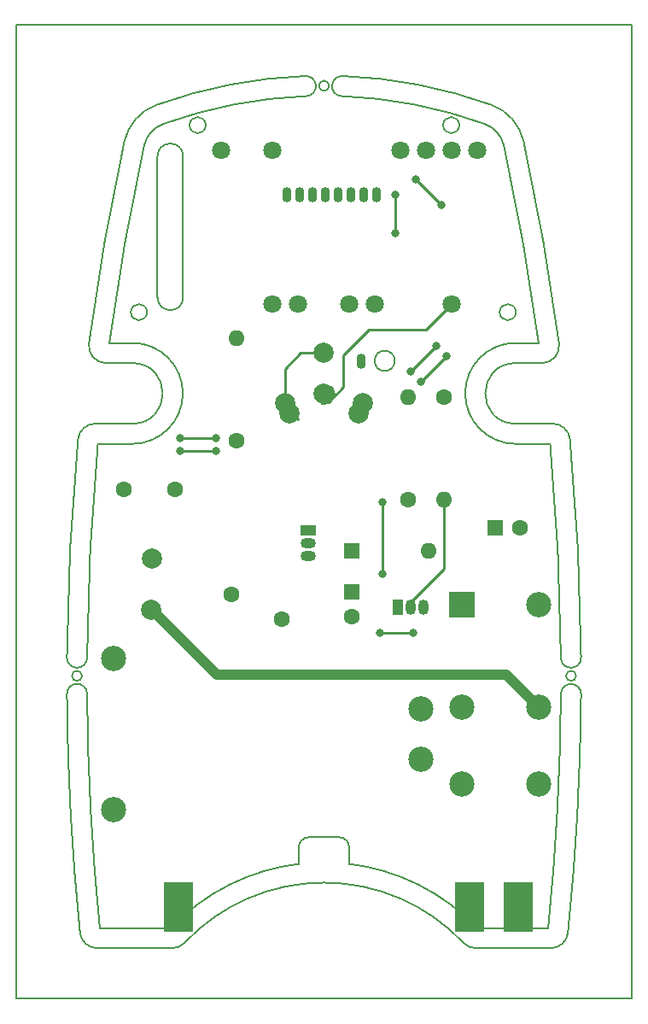
<source format=gbr>
%TF.GenerationSoftware,KiCad,Pcbnew,(5.0.1)-4*%
%TF.CreationDate,2019-03-28T09:30:10+01:00*%
%TF.ProjectId,Funk-Schaltsteckdose,46756E6B2D536368616C74737465636B,rev?*%
%TF.SameCoordinates,Original*%
%TF.FileFunction,Copper,L1,Top,Signal*%
%TF.FilePolarity,Positive*%
%FSLAX46Y46*%
G04 Gerber Fmt 4.6, Leading zero omitted, Abs format (unit mm)*
G04 Created by KiCad (PCBNEW (5.0.1)-4) date 28.03.2019 09:30:10*
%MOMM*%
%LPD*%
G01*
G04 APERTURE LIST*
%TA.AperFunction,NonConductor*%
%ADD10C,0.150000*%
%TD*%
%TA.AperFunction,NonConductor*%
%ADD11C,0.200000*%
%TD*%
%TA.AperFunction,ComponentPad*%
%ADD12C,2.500000*%
%TD*%
%TA.AperFunction,ComponentPad*%
%ADD13R,2.500000X2.500000*%
%TD*%
%TA.AperFunction,ComponentPad*%
%ADD14O,0.900000X1.524000*%
%TD*%
%TA.AperFunction,ComponentPad*%
%ADD15R,3.000000X5.000000*%
%TD*%
%TA.AperFunction,ComponentPad*%
%ADD16C,1.800000*%
%TD*%
%TA.AperFunction,ComponentPad*%
%ADD17C,1.600000*%
%TD*%
%TA.AperFunction,ComponentPad*%
%ADD18O,1.600000X1.600000*%
%TD*%
%TA.AperFunction,ComponentPad*%
%ADD19O,1.500000X1.050000*%
%TD*%
%TA.AperFunction,ComponentPad*%
%ADD20R,1.500000X1.050000*%
%TD*%
%TA.AperFunction,ComponentPad*%
%ADD21O,1.050000X1.500000*%
%TD*%
%TA.AperFunction,ComponentPad*%
%ADD22R,1.050000X1.500000*%
%TD*%
%TA.AperFunction,ComponentPad*%
%ADD23R,1.600000X1.600000*%
%TD*%
%TA.AperFunction,ConnectorPad*%
%ADD24C,2.000000*%
%TD*%
%TA.AperFunction,ComponentPad*%
%ADD25C,2.000000*%
%TD*%
%TA.AperFunction,ViaPad*%
%ADD26C,0.800000*%
%TD*%
%TA.AperFunction,Conductor*%
%ADD27C,0.250000*%
%TD*%
%TA.AperFunction,Conductor*%
%ADD28C,1.000000*%
%TD*%
G04 APERTURE END LIST*
D10*
X113419000Y-73407000D02*
G75*
G03X113419000Y-73407000I-800000J0D01*
G01*
X88273000Y-73407000D02*
G75*
G03X88273000Y-73407000I-800000J0D01*
G01*
X82447000Y-91949000D02*
G75*
G03X82447000Y-91949000I-800000J0D01*
G01*
X119023000Y-91949000D02*
G75*
G03X119023000Y-91949000I-800000J0D01*
G01*
X107015000Y-96775000D02*
G75*
G03X107015000Y-96775000I-1000000J0D01*
G01*
D11*
X82150901Y-75467983D02*
G75*
G02X84065149Y-73283707I2931366J-638041D01*
G01*
X81000000Y-95000000D02*
G75*
G02X81000000Y-105000000I0J-5000000D01*
G01*
X80196658Y-75042623D02*
G75*
G02X83387070Y-71402163I4885609J-1063401D01*
G01*
X115068543Y-155000001D02*
G75*
G02X113820194Y-154461510I0J1716230D01*
G01*
X122685153Y-103000000D02*
G75*
G02X124393757Y-104554632I0J-1716229D01*
G01*
X74506558Y-129807258D02*
G75*
G02X76506506Y-129792742I999974J7258D01*
G01*
X101762500Y-70533059D02*
G75*
G02X115934851Y-73283707I-1762500J-46966941D01*
G01*
X101837500Y-68534465D02*
G75*
G02X116612930Y-71402163I-1837500J-48965535D01*
G01*
X76506506Y-126207258D02*
G75*
G02X77573182Y-105000000I246993494J-1792742D01*
G01*
X78390001Y-97000000D02*
X81000000Y-97000000D01*
X125493442Y-126192742D02*
G75*
G02X123493494Y-126207258I-999974J-7258D01*
G01*
X76506505Y-126207258D02*
G75*
G02X74506559Y-126192742I-999973J7258D01*
G01*
X75606243Y-104554632D02*
G75*
G02X77314847Y-103000000I1708604J-161597D01*
G01*
X83387070Y-71402163D02*
G75*
G02X98162500Y-68534465I16612930J-46097837D01*
G01*
X97500000Y-145000000D02*
G75*
G02X98500000Y-144000000I1000000J0D01*
G01*
X123493494Y-129792742D02*
G75*
G02X122231561Y-153000000I-246993494J1792742D01*
G01*
X75804972Y-153459248D02*
G75*
G02X74506559Y-129807258I247695028J25459248D01*
G01*
X81000000Y-95000000D02*
X78714380Y-95000000D01*
X122426818Y-105000000D02*
G75*
G02X123493494Y-126207258I-245926818J-23000000D01*
G01*
X119803342Y-75042623D02*
G75*
G02X123311142Y-95056710I-243303342J-52957377D01*
G01*
X98162500Y-68534465D02*
G75*
G02X98237500Y-70533059I37500J-999297D01*
G01*
X81000000Y-97000000D02*
G75*
G02X81000000Y-103000000I0J-3000000D01*
G01*
X76688858Y-95056710D02*
G75*
G02X80196658Y-75042623I246811142J-32943290D01*
G01*
X125493442Y-129807258D02*
G75*
G02X124195028Y-153459249I-248993442J1807258D01*
G01*
X101762500Y-70533059D02*
G75*
G02X101837500Y-68534465I37500J999297D01*
G01*
X77512207Y-155000001D02*
G75*
G02X75804972Y-153459249I0J1716230D01*
G01*
X102500000Y-146649341D02*
G75*
G02X115190458Y-153000000I-2500000J-20850659D01*
G01*
X124195027Y-153459249D02*
G75*
G02X122487793Y-155000000I-1707234J175478D01*
G01*
X116612930Y-71402163D02*
G75*
G02X119803342Y-75042623I-1695197J-4703861D01*
G01*
X86179806Y-154461510D02*
G75*
G02X113820194Y-154461510I13820194J-13038490D01*
G01*
X119000000Y-103000000D02*
G75*
G02X119000000Y-97000000I0J3000000D01*
G01*
X124393757Y-104554632D02*
G75*
G02X125493441Y-126192742I-247893757J-23445368D01*
G01*
X123311141Y-95056710D02*
G75*
G02X121609999Y-97000000I-1701142J-227061D01*
G01*
X115934851Y-73283707D02*
G75*
G02X117849098Y-75467983I-1017118J-2822317D01*
G01*
X74506559Y-126192742D02*
G75*
G02X75606243Y-104554632I248993441J-1807258D01*
G01*
X123493495Y-129792742D02*
G75*
G02X125493441Y-129807258I999973J-7258D01*
G01*
X78390001Y-97000001D02*
G75*
G02X76688858Y-95056710I0J1716230D01*
G01*
X81000000Y-103000000D02*
X77314847Y-103000000D01*
X78714380Y-95000000D02*
G75*
G02X82150902Y-75467983I244785620J-33000000D01*
G01*
X101500000Y-144000000D02*
G75*
G02X102500000Y-145000000I0J-1000000D01*
G01*
X84809542Y-153000000D02*
G75*
G02X97500000Y-146649341I15190458J-14500000D01*
G01*
X86179805Y-154461510D02*
G75*
G02X84931457Y-155000000I-1248348J1177739D01*
G01*
X84065149Y-73283707D02*
G75*
G02X98237500Y-70533059I15934851J-44216293D01*
G01*
X119000000Y-105000000D02*
G75*
G02X119000000Y-95000000I0J5000000D01*
G01*
X77573182Y-105000000D02*
X81000000Y-105000000D01*
X117849098Y-75467983D02*
G75*
G02X121285620Y-95000000I-241349098J-52532017D01*
G01*
X77768439Y-153000000D02*
G75*
G02X76506506Y-129792742I245731561J25000000D01*
G01*
X97500000Y-145000000D02*
X97500000Y-146649341D01*
X101500000Y-144000000D02*
X98500000Y-144000000D01*
X102500000Y-146649341D02*
X102500000Y-145000000D01*
X119000000Y-97000000D02*
X121609999Y-97000000D01*
X69500000Y-63500000D02*
X69500000Y-160000000D01*
X69500000Y-160000000D02*
X130500000Y-160000000D01*
X76000000Y-128000000D02*
G75*
G03X76000000Y-128000000I-500000J0D01*
G01*
X77512207Y-155000000D02*
X84931457Y-155000000D01*
X119000000Y-105000000D02*
X122426818Y-105000000D01*
X122231561Y-153000000D02*
X115190458Y-153000000D01*
X115068543Y-155000000D02*
X122487793Y-155000000D01*
X84809542Y-153000000D02*
X77768439Y-153000000D01*
X130500000Y-160000000D02*
X130500000Y-63500000D01*
X121285620Y-95000000D02*
X119000000Y-95000000D01*
X122685153Y-103000000D02*
X119000000Y-103000000D01*
X130500000Y-63500000D02*
X69500000Y-63500000D01*
X125000000Y-128000000D02*
G75*
G03X125000000Y-128000000I-500000J0D01*
G01*
X100500000Y-69500000D02*
G75*
G03X100500000Y-69500000I-500000J0D01*
G01*
D10*
X83490000Y-76505000D02*
G75*
G02X86030000Y-76505000I1270000J0D01*
G01*
X86030000Y-90475000D02*
G75*
G02X83490000Y-90475000I-1270000J0D01*
G01*
X86030000Y-90475000D02*
X86030000Y-76505000D01*
X83490000Y-76505000D02*
X83490000Y-90475000D01*
D12*
%TO.P,K1,8*%
%TO.N,Net-(C2-Pad1)*%
X121255000Y-120905000D03*
%TO.P,K1,6*%
%TO.N,Net-(F1-Pad2)*%
X121255000Y-131065000D03*
%TO.P,K1,5*%
X121255000Y-138685000D03*
%TO.P,K1,4*%
%TO.N,Net-(J2-Pad1)*%
X113635000Y-138685000D03*
%TO.P,K1,3*%
X113635000Y-131065000D03*
D13*
%TO.P,K1,1*%
%TO.N,Net-(D2-Pad2)*%
X113635000Y-120905000D03*
%TD*%
D14*
%TO.P,U4,8*%
%TO.N,GND*%
X105175000Y-80315000D03*
%TO.P,U4,7*%
%TO.N,Net-(U4-Pad7)*%
X103905000Y-80315000D03*
%TO.P,U4,6*%
%TO.N,/MISO*%
X102635000Y-80315000D03*
%TO.P,U4,5*%
%TO.N,/MOSI*%
X101365000Y-80315000D03*
%TO.P,U4,4*%
%TO.N,/SCK*%
X100095000Y-80315000D03*
%TO.P,U4,3*%
%TO.N,/SS*%
X98825000Y-80315000D03*
%TO.P,U4,2*%
%TO.N,/D2*%
X97555000Y-80315000D03*
%TO.P,U4,1*%
%TO.N,+3V3*%
X96285000Y-80315000D03*
%TO.P,U4,10*%
%TO.N,GND*%
X103695000Y-96775000D03*
%TD*%
D15*
%TO.P,J3,1*%
%TO.N,Net-(J3-Pad1)*%
X85600000Y-150900000D03*
%TD*%
%TO.P,J2,1*%
%TO.N,Net-(J2-Pad1)*%
X114400000Y-150900000D03*
%TD*%
%TO.P,J1,1*%
%TO.N,Net-(F1-Pad2)*%
X119300000Y-150900000D03*
%TD*%
D16*
%TO.P,U1,8*%
%TO.N,Net-(SW1-Pad1)*%
X112700000Y-91110000D03*
%TO.P,U1,5*%
%TO.N,Net-(R1-Pad1)*%
X105080000Y-91110000D03*
%TO.P,U1,4*%
%TO.N,Net-(R2-Pad2)*%
X102540000Y-91110000D03*
%TO.P,U1,2*%
%TO.N,/D2*%
X97460000Y-91110000D03*
%TO.P,U1,GND*%
%TO.N,GND*%
X94920000Y-91110000D03*
X89840000Y-75870000D03*
%TO.P,U1,VCC*%
%TO.N,+3V3*%
X94920000Y-75870000D03*
%TO.P,U1,13*%
%TO.N,/SCK*%
X107620000Y-75870000D03*
%TO.P,U1,12*%
%TO.N,/MISO*%
X110160000Y-75870000D03*
%TO.P,U1,11*%
%TO.N,/MOSI*%
X112700000Y-75870000D03*
%TO.P,U1,10*%
%TO.N,/SS*%
X115240000Y-75870000D03*
%TD*%
D17*
%TO.P,R1,1*%
%TO.N,Net-(R1-Pad1)*%
X111857000Y-100331000D03*
D18*
%TO.P,R1,2*%
%TO.N,Net-(Q1-Pad2)*%
X111857000Y-110491000D03*
%TD*%
%TO.P,R2,2*%
%TO.N,Net-(R2-Pad2)*%
X108301000Y-100331000D03*
D17*
%TO.P,R2,1*%
%TO.N,Net-(D1-Pad3)*%
X108301000Y-110491000D03*
%TD*%
%TO.P,R3,1*%
%TO.N,Net-(D1-Pad1)*%
X91283000Y-104649000D03*
D18*
%TO.P,R3,2*%
%TO.N,Net-(R1-Pad1)*%
X91283000Y-94489000D03*
%TD*%
D19*
%TO.P,U2,2*%
%TO.N,GND*%
X98395000Y-114809000D03*
%TO.P,U2,3*%
%TO.N,Net-(C2-Pad1)*%
X98395000Y-116079000D03*
D20*
%TO.P,U2,1*%
%TO.N,+3V3*%
X98395000Y-113539000D03*
%TD*%
D21*
%TO.P,Q1,2*%
%TO.N,Net-(Q1-Pad2)*%
X108555000Y-121159000D03*
%TO.P,Q1,3*%
%TO.N,GND*%
X109825000Y-121159000D03*
D22*
%TO.P,Q1,1*%
%TO.N,Net-(D2-Pad2)*%
X107285000Y-121159000D03*
%TD*%
D12*
%TO.P,PS1,7*%
%TO.N,Net-(C2-Pad1)*%
X79091000Y-126239000D03*
%TO.P,PS1,10*%
%TO.N,GND*%
X79091000Y-141239000D03*
%TO.P,PS1,17*%
%TO.N,Net-(J3-Pad1)*%
X109571000Y-136239000D03*
%TO.P,PS1,18*%
%TO.N,Net-(F1-Pad1)*%
X109571000Y-131239000D03*
%TD*%
D23*
%TO.P,C2,1*%
%TO.N,Net-(C2-Pad1)*%
X102713000Y-119635000D03*
D17*
%TO.P,C2,2*%
%TO.N,GND*%
X102713000Y-122135000D03*
%TD*%
D23*
%TO.P,C1,1*%
%TO.N,+3V3*%
X116937000Y-113285000D03*
D17*
%TO.P,C1,2*%
%TO.N,GND*%
X119437000Y-113285000D03*
%TD*%
%TO.P,C3,1*%
%TO.N,+3V3*%
X85187000Y-109475000D03*
%TO.P,C3,2*%
%TO.N,GND*%
X80187000Y-109475000D03*
%TD*%
D24*
%TO.P,SW1,2*%
%TO.N,GND*%
X103464102Y-102000000D03*
X96535898Y-102000000D03*
D25*
X96110520Y-100933781D03*
X103889480Y-100933781D03*
D24*
X100000000Y-96000000D03*
%TO.P,SW1,1*%
%TO.N,Net-(SW1-Pad1)*%
X100000000Y-100000000D03*
%TD*%
D23*
%TO.P,D2,1*%
%TO.N,Net-(C2-Pad1)*%
X102713000Y-115571000D03*
D18*
%TO.P,D2,2*%
%TO.N,Net-(D2-Pad2)*%
X110333000Y-115571000D03*
%TD*%
D25*
%TO.P,F1,1*%
%TO.N,Net-(F1-Pad1)*%
X82901000Y-116333000D03*
%TO.P,F1,2*%
%TO.N,Net-(F1-Pad2)*%
X82891000Y-121413000D03*
%TD*%
D17*
%TO.P,RV1,1*%
%TO.N,Net-(F1-Pad1)*%
X90800000Y-119900000D03*
%TO.P,RV1,2*%
%TO.N,Net-(J3-Pad1)*%
X95800000Y-122400000D03*
%TD*%
D26*
%TO.N,GND*%
X107031000Y-80315000D03*
X85695000Y-105665000D03*
X89251000Y-105665000D03*
X105761000Y-117857000D03*
X85695000Y-104395000D03*
X89251000Y-104395000D03*
X108555000Y-97791000D03*
X111095000Y-95251000D03*
X112111000Y-96267000D03*
X109571000Y-98807000D03*
X107031000Y-84075000D03*
X109063000Y-78741000D03*
X111603000Y-81281000D03*
X105761000Y-110745000D03*
X105507000Y-123699000D03*
X108809000Y-123699000D03*
%TD*%
D27*
%TO.N,GND*%
X96535898Y-102000000D02*
X96920000Y-102000000D01*
X96920000Y-102000000D02*
X97460000Y-102540000D01*
X96110520Y-101574622D02*
X96535898Y-102000000D01*
X96110520Y-100933781D02*
X96110520Y-101574622D01*
X103889480Y-101574622D02*
X103464102Y-102000000D01*
X103889480Y-100933781D02*
X103889480Y-101574622D01*
X96110520Y-100933781D02*
X96110520Y-97539480D01*
X97650000Y-96000000D02*
X100000000Y-96000000D01*
X96110520Y-97539480D02*
X97650000Y-96000000D01*
X85695000Y-104395000D02*
X89251000Y-104395000D01*
X111095000Y-95251000D02*
X108555000Y-97791000D01*
X112111000Y-96267000D02*
X109571000Y-98807000D01*
X107031000Y-80315000D02*
X107031000Y-84075000D01*
X109063000Y-78741000D02*
X111603000Y-81281000D01*
X105761000Y-117857000D02*
X105761000Y-112740010D01*
X105761000Y-110745000D02*
X105761000Y-112740010D01*
X88685315Y-105665000D02*
X85695000Y-105665000D01*
X89251000Y-105665000D02*
X88685315Y-105665000D01*
X105507000Y-123699000D02*
X108809000Y-123699000D01*
D28*
%TO.N,Net-(F1-Pad2)*%
X83890999Y-122412999D02*
X82891000Y-121413000D01*
X89378000Y-127900000D02*
X83890999Y-122412999D01*
X121255000Y-131065000D02*
X118090000Y-127900000D01*
X118090000Y-127900000D02*
X89378000Y-127900000D01*
D27*
%TO.N,Net-(SW1-Pad1)*%
X99989681Y-99983925D02*
X99945263Y-99983925D01*
X100000000Y-99994244D02*
X99989681Y-99983925D01*
X100000000Y-100000000D02*
X100000000Y-99994244D01*
X100520558Y-100746096D02*
X100442444Y-100850445D01*
X100841293Y-100346219D02*
X100831993Y-100476237D01*
X100957390Y-99950828D02*
X100841293Y-100346219D01*
X110160000Y-93650000D02*
X104445000Y-93650000D01*
X100894920Y-99836422D02*
X100957390Y-99950828D01*
X112700000Y-91110000D02*
X110160000Y-93650000D01*
X100831993Y-100476237D02*
X100520558Y-100746096D01*
X100664421Y-99378560D02*
X100778822Y-99441028D01*
X100778822Y-99441028D02*
X100894920Y-99836422D01*
X104445000Y-93650000D02*
X101905000Y-96190000D01*
X101905000Y-96190000D02*
X101905000Y-98095000D01*
X101905000Y-98095000D02*
X101905000Y-99387889D01*
X101905000Y-99387889D02*
X100442444Y-100850445D01*
X99815075Y-100940646D02*
X100442444Y-100850445D01*
X100442444Y-100850445D02*
X100034555Y-100909090D01*
X100034555Y-100909090D02*
X99912422Y-100954643D01*
X99912422Y-100954643D02*
X99710727Y-100862532D01*
X99710727Y-100862532D02*
X99815075Y-100940646D01*
%TO.N,Net-(Q1-Pad2)*%
X111857000Y-110491000D02*
X111857000Y-117349000D01*
X111857000Y-117349000D02*
X108555000Y-120651000D01*
X108555000Y-120651000D02*
X108555000Y-121667000D01*
%TD*%
M02*

</source>
